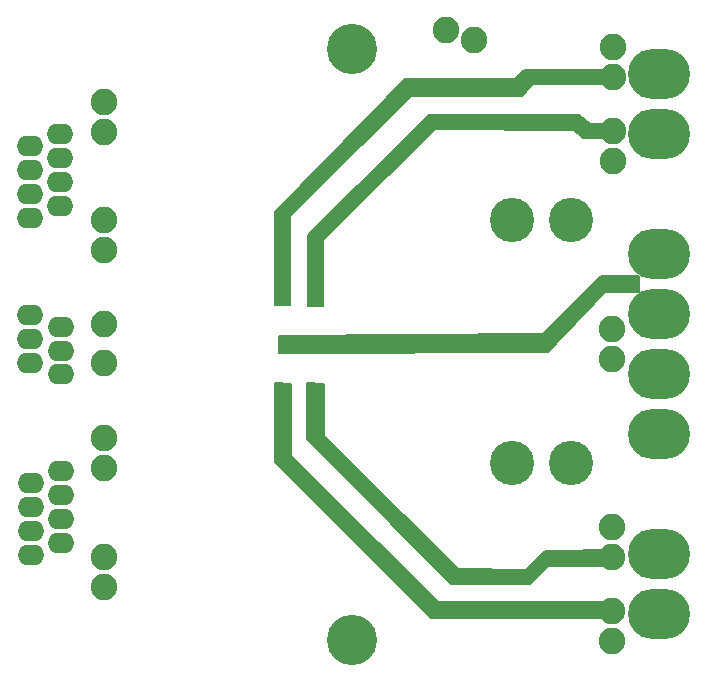
<source format=gbr>
G04 #@! TF.GenerationSoftware,KiCad,Pcbnew,5.0.0-fee4fd1~66~ubuntu16.04.1*
G04 #@! TF.CreationDate,2018-10-18T20:33:51-03:00*
G04 #@! TF.ProjectId,pap,7061702E6B696361645F706362000000,1.0*
G04 #@! TF.SameCoordinates,Original*
G04 #@! TF.FileFunction,Soldermask,Top*
G04 #@! TF.FilePolarity,Negative*
%FSLAX46Y46*%
G04 Gerber Fmt 4.6, Leading zero omitted, Abs format (unit mm)*
G04 Created by KiCad (PCBNEW 5.0.0-fee4fd1~66~ubuntu16.04.1) date Thu Oct 18 20:33:51 2018*
%MOMM*%
%LPD*%
G01*
G04 APERTURE LIST*
%ADD10C,0.150000*%
%ADD11C,2.250000*%
%ADD12O,5.250000X4.250000*%
%ADD13C,4.250000*%
%ADD14O,2.250000X1.750000*%
%ADD15C,3.750000*%
G04 APERTURE END LIST*
D10*
G36*
X115930310Y-109149079D02*
X117230310Y-109149079D01*
X117230310Y-106949079D01*
X117230310Y-106849079D01*
X117230310Y-101649079D01*
X127430310Y-91449079D01*
X136830310Y-91449079D01*
X137830310Y-90449079D01*
X145430310Y-90449079D01*
X145430310Y-89249079D01*
X137030310Y-89249079D01*
X136230310Y-90049079D01*
X126930310Y-90049079D01*
X115930310Y-101249079D01*
X115930310Y-109149079D01*
G37*
X115930310Y-109149079D02*
X117230310Y-109149079D01*
X117230310Y-106949079D01*
X117230310Y-106849079D01*
X117230310Y-101649079D01*
X127430310Y-91449079D01*
X136830310Y-91449079D01*
X137830310Y-90449079D01*
X145430310Y-90449079D01*
X145430310Y-89249079D01*
X137030310Y-89249079D01*
X136230310Y-90049079D01*
X126930310Y-90049079D01*
X115930310Y-101249079D01*
X115930310Y-109149079D01*
G36*
X116330310Y-111749079D02*
X116330310Y-113249079D01*
X139030310Y-113149079D01*
X143930310Y-108049079D01*
X146730310Y-108049079D01*
X146730310Y-106749079D01*
X143530310Y-106749079D01*
X138630310Y-111649079D01*
X116330310Y-111749079D01*
G37*
X116330310Y-111749079D02*
X116330310Y-113249079D01*
X139030310Y-113149079D01*
X143930310Y-108049079D01*
X146730310Y-108049079D01*
X146730310Y-106749079D01*
X143530310Y-106749079D01*
X138630310Y-111649079D01*
X116330310Y-111749079D01*
G36*
X118630310Y-115749079D02*
X118630310Y-117949079D01*
X118630310Y-118349079D01*
X118630310Y-120549079D01*
X130830310Y-132749079D01*
X137580310Y-132749079D01*
X139080310Y-131249079D01*
X145230310Y-131249079D01*
X145230310Y-129949079D01*
X138830310Y-129999079D01*
X137230310Y-131599079D01*
X131430310Y-131549079D01*
X120130310Y-120249079D01*
X120130310Y-118249079D01*
X120130310Y-117949079D01*
X120130310Y-115849079D01*
X118630310Y-115749079D01*
G37*
X118630310Y-115749079D02*
X118630310Y-117949079D01*
X118630310Y-118349079D01*
X118630310Y-120549079D01*
X130830310Y-132749079D01*
X137580310Y-132749079D01*
X139080310Y-131249079D01*
X145230310Y-131249079D01*
X145230310Y-129949079D01*
X138830310Y-129999079D01*
X137230310Y-131599079D01*
X131430310Y-131549079D01*
X120130310Y-120249079D01*
X120130310Y-118249079D01*
X120130310Y-117949079D01*
X120130310Y-115849079D01*
X118630310Y-115749079D01*
G36*
X115930310Y-115749079D02*
X115930310Y-117949079D01*
X115930310Y-118249079D01*
X115930310Y-122449079D01*
X129130310Y-135649079D01*
X145130310Y-135649079D01*
X145130310Y-134349079D01*
X129730310Y-134349079D01*
X117330310Y-121949079D01*
X117330310Y-118349079D01*
X117330310Y-118249079D01*
X117330310Y-117949079D01*
X117330310Y-115849079D01*
X115930310Y-115749079D01*
G37*
X115930310Y-115749079D02*
X115930310Y-117949079D01*
X115930310Y-118249079D01*
X115930310Y-122449079D01*
X129130310Y-135649079D01*
X145130310Y-135649079D01*
X145130310Y-134349079D01*
X129730310Y-134349079D01*
X117330310Y-121949079D01*
X117330310Y-118349079D01*
X117330310Y-118249079D01*
X117330310Y-117949079D01*
X117330310Y-115849079D01*
X115930310Y-115749079D01*
G36*
X118730310Y-109249079D02*
X118730310Y-106849079D01*
X118730310Y-106549079D01*
X118730310Y-103249079D01*
X129030310Y-93049079D01*
X141730310Y-93049079D01*
X142630310Y-93849079D01*
X145230310Y-93849079D01*
X145230310Y-95049079D01*
X142030310Y-95049079D01*
X141230310Y-94349079D01*
X129530310Y-94249079D01*
X120030310Y-103649079D01*
X120030310Y-106449079D01*
X120030310Y-106849079D01*
X120030310Y-109249079D01*
X118730310Y-109249079D01*
G37*
X118730310Y-109249079D02*
X118730310Y-106849079D01*
X118730310Y-106549079D01*
X118730310Y-103249079D01*
X129030310Y-93049079D01*
X141730310Y-93049079D01*
X142630310Y-93849079D01*
X145230310Y-93849079D01*
X145230310Y-95049079D01*
X142030310Y-95049079D01*
X141230310Y-94349079D01*
X129530310Y-94249079D01*
X120030310Y-103649079D01*
X120030310Y-106449079D01*
X120030310Y-106849079D01*
X120030310Y-109249079D01*
X118730310Y-109249079D01*
D11*
G04 #@! TO.C,D9*
X101500000Y-110810000D03*
X101500000Y-114110000D03*
G04 #@! TD*
G04 #@! TO.C,D6*
X101500000Y-123000000D03*
X101500000Y-120460000D03*
G04 #@! TD*
G04 #@! TO.C,D5*
X101500000Y-104500000D03*
X101500000Y-101960000D03*
G04 #@! TD*
G04 #@! TO.C,D13*
X101500000Y-94500000D03*
X101500000Y-91960000D03*
G04 #@! TD*
G04 #@! TO.C,D4*
X101500000Y-133040000D03*
X101500000Y-130500000D03*
G04 #@! TD*
G04 #@! TO.C,D7*
X144500000Y-137640000D03*
X144500000Y-135100000D03*
G04 #@! TD*
G04 #@! TO.C,D10*
X144600000Y-89840000D03*
X144600000Y-87300000D03*
G04 #@! TD*
G04 #@! TO.C,D8*
X144500000Y-130500000D03*
X144500000Y-127960000D03*
G04 #@! TD*
G04 #@! TO.C,D11*
X144600000Y-97000000D03*
X144600000Y-94460000D03*
G04 #@! TD*
G04 #@! TO.C,D14*
X144500000Y-113749079D03*
X144500000Y-111209079D03*
G04 #@! TD*
G04 #@! TO.C,C3*
X132779542Y-86704129D03*
X130430310Y-85849079D03*
G04 #@! TD*
D12*
G04 #@! TO.C,J53*
X148500000Y-89640000D03*
X148500000Y-94720000D03*
G04 #@! TD*
D13*
G04 #@! TO.C,MH101*
X122500000Y-137500000D03*
G04 #@! TD*
G04 #@! TO.C,MH102*
X122500000Y-87500000D03*
G04 #@! TD*
D14*
G04 #@! TO.C,J56*
X95250000Y-114038000D03*
X97794660Y-115045460D03*
X97794660Y-113016000D03*
X95250000Y-112000000D03*
X97794660Y-110986540D03*
X95250000Y-109970540D03*
G04 #@! TD*
G04 #@! TO.C,J55*
X95220000Y-99770540D03*
X95220000Y-101800000D03*
X97764660Y-100786540D03*
X97764660Y-98757080D03*
X95220000Y-97741080D03*
X97764660Y-96727620D03*
X95220000Y-95711620D03*
X97764660Y-94698160D03*
G04 #@! TD*
D12*
G04 #@! TO.C,J52*
X148500000Y-130280000D03*
X148500000Y-135360000D03*
G04 #@! TD*
D15*
G04 #@! TO.C,C51*
X136000000Y-122500000D03*
X141000000Y-122500000D03*
G04 #@! TD*
G04 #@! TO.C,C52*
X136000000Y-102000000D03*
X141000000Y-102000000D03*
G04 #@! TD*
D12*
G04 #@! TO.C,J51*
X148500000Y-104880000D03*
X148500000Y-109960000D03*
X148500000Y-115040000D03*
X148500000Y-120120000D03*
G04 #@! TD*
D14*
G04 #@! TO.C,J54*
X95255340Y-128272380D03*
X95255340Y-130301840D03*
X97800000Y-129288380D03*
X97800000Y-127258920D03*
X95255340Y-126242920D03*
X97800000Y-125229460D03*
X95255340Y-124213460D03*
X97800000Y-123200000D03*
G04 #@! TD*
M02*

</source>
